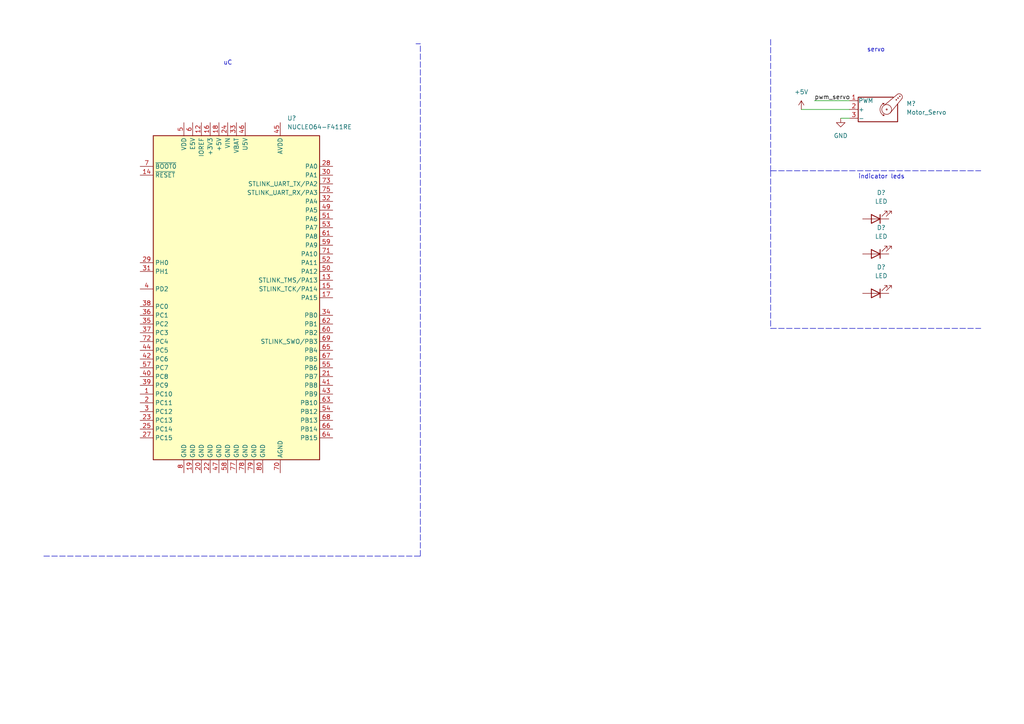
<source format=kicad_sch>
(kicad_sch (version 20211123) (generator eeschema)
  (paper "A4")
  (title_block (title "Light Follower") (date "04.01.2022") (rev "0"))
  (lib_symbols
    (symbol "Device:LED" (pin_numbers hide) (pin_names (offset 1.016) hide)
      (property "Reference" "D" (at 0 2.54 0))
      (property "Value" "LED" (at 0 -2.54 0))
      (symbol "LED_0_1"
        (polyline (pts (xy -1.27 -1.27) (xy -1.27 1.27)) (stroke (width 0.254)))
        (polyline (pts (xy -1.27 0) (xy 1.27 0)))
        (polyline (pts (xy 1.27 -1.27) (xy 1.27 1.27) (xy -1.27 0) (xy 1.27 -1.27)) (stroke (width 0.254)))
        (polyline (pts (xy -3.048 -0.762) (xy -4.572 -2.286) (xy -3.81 -2.286) (xy -4.572 -2.286) (xy -4.572 -1.524)))
        (polyline (pts (xy -1.778 -0.762) (xy -3.302 -2.286) (xy -2.54 -2.286) (xy -3.302 -2.286) (xy -3.302 -1.524)))
      )
      (symbol "LED_1_1"
        (pin passive line (at -3.81 0 0) (length 2.54) (name "K") (number "1"))
        (pin passive line (at 3.81 0 180) (length 2.54) (name "A") (number "2"))
      )
    )
    (symbol "MCU_Module:NUCLEO64-F411RE"
      (property "Reference" "U" (at -17.78 50.165 0))
      (property "Value" "NUCLEO64-F411RE" (at -17.78 48.26 0))
      (symbol "NUCLEO64-F411RE_0_1"
        (rectangle (start -24.13 -46.99) (end 24.13 46.99) (stroke (width 0.254)) (fill (type background)))
      )
      (symbol "NUCLEO64-F411RE_1_1"
        (pin bidirectional line (at -27.94 -27.94 0) (length 3.81) (name "PC10") (number "1"))
        (pin no_connect line (at -27.94 20.32 0) (length 3.81) hide (name "NC") (number "10"))
        (pin no_connect line (at -27.94 15.24 0) (length 3.81) hide (name "NC") (number "11"))
        (pin power_in line (at -10.16 50.8 270) (length 3.81) (name "IOREF") (number "12"))
        (pin bidirectional line (at 27.94 5.08 180) (length 3.81) (name "STLINK_TMS/PA13") (number "13"))
        (pin input line (at -27.94 35.56 0) (length 3.81) (name "~{RESET}") (number "14"))
        (pin bidirectional line (at 27.94 2.54 180) (length 3.81) (name "STLINK_TCK/PA14") (number "15"))
        (pin power_in line (at -7.62 50.8 270) (length 3.81) (name "+3V3") (number "16"))
        (pin bidirectional line (at 27.94 0 180) (length 3.81) (name "PA15") (number "17"))
        (pin power_in line (at -5.08 50.8 270) (length 3.81) (name "+5V") (number "18"))
        (pin power_in line (at -12.7 -50.8 90) (length 3.81) (name "GND") (number "19"))
        (pin bidirectional line (at -27.94 -30.48 0) (length 3.81) (name "PC11") (number "2"))
        (pin power_in line (at -10.16 -50.8 90) (length 3.81) (name "GND") (number "20"))
        (pin bidirectional line (at 27.94 -22.86 180) (length 3.81) (name "PB7") (number "21"))
        (pin power_in line (at -7.62 -50.8 90) (length 3.81) (name "GND") (number "22"))
        (pin bidirectional line (at -27.94 -35.56 0) (length 3.81) (name "PC13") (number "23"))
        (pin power_in line (at -2.54 50.8 270) (length 3.81) (name "VIN") (number "24"))
        (pin bidirectional line (at -27.94 -38.1 0) (length 3.81) (name "PC14") (number "25"))
        (pin no_connect line (at -27.94 22.86 0) (length 3.81) hide (name "NC") (number "26"))
        (pin bidirectional line (at -27.94 -40.64 0) (length 3.81) (name "PC15") (number "27"))
        (pin bidirectional line (at 27.94 38.1 180) (length 3.81) (name "PA0") (number "28"))
        (pin bidirectional line (at -27.94 10.16 0) (length 3.81) (name "PH0") (number "29"))
        (pin bidirectional line (at -27.94 -33.02 0) (length 3.81) (name "PC12") (number "3"))
        (pin bidirectional line (at 27.94 35.56 180) (length 3.81) (name "PA1") (number "30"))
        (pin bidirectional line (at -27.94 7.62 0) (length 3.81) (name "PH1") (number "31"))
        (pin bidirectional line (at 27.94 27.94 180) (length 3.81) (name "PA4") (number "32"))
        (pin power_in line (at 0 50.8 270) (length 3.81) (name "VBAT") (number "33"))
        (pin bidirectional line (at 27.94 -5.08 180) (length 3.81) (name "PB0") (number "34"))
        (pin bidirectional line (at -27.94 -7.62 0) (length 3.81) (name "PC2") (number "35"))
        (pin bidirectional line (at -27.94 -5.08 0) (length 3.81) (name "PC1") (number "36"))
        (pin bidirectional line (at -27.94 -10.16 0) (length 3.81) (name "PC3") (number "37"))
        (pin bidirectional line (at -27.94 -2.54 0) (length 3.81) (name "PC0") (number "38"))
        (pin bidirectional line (at -27.94 -25.4 0) (length 3.81) (name "PC9") (number "39"))
        (pin bidirectional line (at -27.94 2.54 0) (length 3.81) (name "PD2") (number "4"))
        (pin bidirectional line (at -27.94 -22.86 0) (length 3.81) (name "PC8") (number "40"))
        (pin bidirectional line (at 27.94 -25.4 180) (length 3.81) (name "PB8") (number "41"))
        (pin bidirectional line (at -27.94 -17.78 0) (length 3.81) (name "PC6") (number "42"))
        (pin bidirectional line (at 27.94 -27.94 180) (length 3.81) (name "PB9") (number "43"))
        (pin bidirectional line (at -27.94 -15.24 0) (length 3.81) (name "PC5") (number "44"))
        (pin power_in line (at 12.7 50.8 270) (length 3.81) (name "AVDD") (number "45"))
        (pin power_in line (at 2.54 50.8 270) (length 3.81) (name "U5V") (number "46"))
        (pin power_in line (at -5.08 -50.8 90) (length 3.81) (name "GND") (number "47"))
        (pin no_connect line (at -27.94 25.4 0) (length 3.81) hide (name "NC") (number "48"))
        (pin bidirectional line (at 27.94 25.4 180) (length 3.81) (name "PA5") (number "49"))
        (pin power_in line (at -15.24 50.8 270) (length 3.81) (name "VDD") (number "5"))
        (pin bidirectional line (at 27.94 7.62 180) (length 3.81) (name "PA12") (number "50"))
        (pin bidirectional line (at 27.94 22.86 180) (length 3.81) (name "PA6") (number "51"))
        (pin bidirectional line (at 27.94 10.16 180) (length 3.81) (name "PA11") (number "52"))
        (pin bidirectional line (at 27.94 20.32 180) (length 3.81) (name "PA7") (number "53"))
        (pin bidirectional line (at 27.94 -33.02 180) (length 3.81) (name "PB12") (number "54"))
        (pin bidirectional line (at 27.94 -20.32 180) (length 3.81) (name "PB6") (number "55"))
        (pin no_connect line (at -27.94 33.02 0) (length 3.81) hide (name "NC") (number "56"))
        (pin bidirectional line (at -27.94 -20.32 0) (length 3.81) (name "PC7") (number "57"))
        (pin power_in line (at -2.54 -50.8 90) (length 3.81) (name "GND") (number "58"))
        (pin bidirectional line (at 27.94 15.24 180) (length 3.81) (name "PA9") (number "59"))
        (pin power_in line (at -12.7 50.8 270) (length 3.81) (name "E5V") (number "6"))
        (pin bidirectional line (at 27.94 -10.16 180) (length 3.81) (name "PB2") (number "60"))
        (pin bidirectional line (at 27.94 17.78 180) (length 3.81) (name "PA8") (number "61"))
        (pin bidirectional line (at 27.94 -7.62 180) (length 3.81) (name "PB1") (number "62"))
        (pin bidirectional line (at 27.94 -30.48 180) (length 3.81) (name "PB10") (number "63"))
        (pin bidirectional line (at 27.94 -40.64 180) (length 3.81) (name "PB15") (number "64"))
        (pin bidirectional line (at 27.94 -15.24 180) (length 3.81) (name "PB4") (number "65"))
        (pin bidirectional line (at 27.94 -38.1 180) (length 3.81) (name "PB14") (number "66"))
        (pin bidirectional line (at 27.94 -17.78 180) (length 3.81) (name "PB5") (number "67"))
        (pin bidirectional line (at 27.94 -35.56 180) (length 3.81) (name "PB13") (number "68"))
        (pin bidirectional line (at 27.94 -12.7 180) (length 3.81) (name "STLINK_SWO/PB3") (number "69"))
        (pin input line (at -27.94 38.1 0) (length 3.81) (name "~{BOOT0}") (number "7"))
        (pin power_in line (at 12.7 -50.8 90) (length 3.81) (name "AGND") (number "70"))
        (pin bidirectional line (at 27.94 12.7 180) (length 3.81) (name "PA10") (number "71"))
        (pin bidirectional line (at -27.94 -12.7 0) (length 3.81) (name "PC4") (number "72"))
        (pin bidirectional line (at 27.94 33.02 180) (length 3.81) (name "STLINK_UART_TX/PA2") (number "73"))
        (pin no_connect line (at -27.94 30.48 0) (length 3.81) hide (name "NC") (number "74"))
        (pin bidirectional line (at 27.94 30.48 180) (length 3.81) (name "STLINK_UART_RX/PA3") (number "75"))
        (pin no_connect line (at -27.94 27.94 0) (length 3.81) hide (name "NC") (number "76"))
        (pin power_in line (at 0 -50.8 90) (length 3.81) (name "GND") (number "77"))
        (pin power_in line (at 2.54 -50.8 90) (length 3.81) (name "GND") (number "78"))
        (pin power_in line (at 5.08 -50.8 90) (length 3.81) (name "GND") (number "79"))
        (pin power_in line (at -15.24 -50.8 90) (length 3.81) (name "GND") (number "8"))
        (pin power_in line (at 7.62 -50.8 90) (length 3.81) (name "GND") (number "80"))
        (pin no_connect line (at -27.94 17.78 0) (length 3.81) hide (name "NC") (number "9"))
      )
    )
    (symbol "Motor:Motor_Servo" (pin_names (offset 0.0254))
      (property "Reference" "M" (at -5.08 4.445 0))
      (property "Value" "Motor_Servo" (at -5.08 -4.064 0))
      (symbol "Motor_Servo_0_1"
        (polyline (pts (xy 2.413 -1.778) (xy 2.032 -1.778)))
        (polyline (pts (xy 2.413 -1.778) (xy 2.286 -1.397)))
        (polyline (pts (xy 2.413 1.778) (xy 1.905 1.778)))
        (polyline (pts (xy 2.413 1.778) (xy 2.286 1.397)))
        (polyline (pts (xy 6.35 4.445) (xy 2.54 1.27)))
        (polyline (pts (xy 7.62 3.175) (xy 4.191 -1.016)))
        (polyline (pts (xy 5.08 3.556) (xy -5.08 3.556) (xy -5.08 -3.556) (xy 6.35 -3.556) (xy 6.35 1.524)) (stroke (width 0.254)))
        (arc (start 2.413 1.778) (mid 1.2406 0) (end 2.413 -1.778))
        (circle (center 3.175 0) (radius 0.1778))
        (circle (center 3.175 0) (radius 1.4224))
        (circle (center 5.969 2.794) (radius 0.127))
        (circle (center 6.477 3.302) (radius 0.127))
        (circle (center 6.985 3.81) (radius 0.127))
        (arc (start 7.62 3.175) (mid 7.4485 4.2735) (end 6.35 4.445))
      )
      (symbol "Motor_Servo_1_1"
        (pin passive line (at -7.62 2.54 0) (length 2.54) (name "PWM") (number "1"))
        (pin passive line (at -7.62 0 0) (length 2.54) (name "+") (number "2"))
        (pin passive line (at -7.62 -2.54 0) (length 2.54) (name "-") (number "3"))
      )
    )
    (symbol "power:+5V" (power) (pin_names (offset 0))
      (property "Value" "+5V" (at 0 3.556 0))
      (symbol "+5V_0_1"
        (polyline (pts (xy -0.762 1.27) (xy 0 2.54)))
        (polyline (pts (xy 0 0) (xy 0 2.54)))
        (polyline (pts (xy 0 2.54) (xy 0.762 1.27)))
      )
      (symbol "+5V_1_1"
        (pin power_in line (at 0 0 90) (length 0) hide (name "+5V") (number "1"))
      )
    )
    (symbol "power:GND" (power) (pin_names (offset 0))
      (property "Value" "GND" (at 0 -3.81 0))
      (symbol "GND_0_1"
        (polyline (pts (xy 0 0) (xy 0 -1.27) (xy 1.27 -1.27) (xy 0 -2.54) (xy -1.27 -1.27) (xy 0 -1.27)))
      )
      (symbol "GND_1_1"
        (pin power_in line (at 0 0 270) (length 0) hide (name "GND") (number "1"))
      )
    )
  )
  (polyline (pts (xy 121.92 161.29) (xy 121.92 12.7)))
  (wire (pts (xy 236.22 29.21) (xy 246.38 29.21)))
  (polyline (pts (xy 223.52 49.53) (xy 284.48 49.53)))
  (wire (pts (xy 243.84 34.29) (xy 246.38 34.29)))
  (polyline (pts (xy 120.65 12.7) (xy 121.92 12.7)))
  (wire (pts (xy 232.41 31.75) (xy 246.38 31.75)))
  (polyline (pts (xy 12.7 161.29) (xy 121.92 161.29)))
  (polyline (pts (xy 223.52 95.25) (xy 284.48 95.25)))
  (polyline (pts (xy 223.52 11.43) (xy 223.52 49.53)))
  (polyline (pts (xy 223.52 49.53) (xy 223.52 95.25)))
  (text "uC" (at 64.77 19.05 0) (effects (font (size 1.27 1.27)) (justify left bottom)))
  (text "servo\n" (at 251.46 15.24 0) (effects (font (size 1.27 1.27)) (justify left bottom)))
  (text "indicator leds\n" (at 248.92 52.07 0) (effects (font (size 1.27 1.27)) (justify left bottom)))
  (label "pwm_servo" (at 236.22 29.21 0))
  (symbol (lib_id "Motor:Motor_Servo") (at 254 31.75 0) (unit 1)
    (property "Reference" "M?" (at 262.89 30.0465 0) (effects (justify left)))
    (property "Value" "Motor_Servo" (at 262.89 32.5865 0) (effects (justify left)))
    (property "Datasheet" "http://forums.parallax.com/uploads/attachments/46831/74481.png" (effects hide))
  )
  (symbol (lib_id "Device:LED") (at 254 85.09 180) (unit 1)
    (property "Reference" "D?" (at 255.5875 77.47 0))
    (property "Value" "LED" (at 255.5875 80.01 0))
  )
  (symbol (lib_id "power:+5V") (at 232.41 31.75 0) (unit 1)
    (property "Reference" "#PWR?" (effects hide))
    (property "Value" "+5V" (at 232.41 26.67 0))
  )
  (symbol (lib_id "Device:LED") (at 254 73.66 180) (unit 1)
    (property "Reference" "D?" (at 255.5875 66.04 0))
    (property "Value" "LED" (at 255.5875 68.58 0))
  )
  (symbol (lib_id "MCU_Module:NUCLEO64-F411RE") (at 68.58 86.36 0) (unit 1)
    (property "Reference" "U?" (at 83.2994 34.29 0) (effects (justify left)))
    (property "Value" "NUCLEO64-F411RE" (at 83.2994 36.83 0) (effects (justify left)))
    (property "Footprint" "Module:ST_Morpho_Connector_144_STLink" (effects hide))
    (property "Datasheet" "http://www.st.com/st-web-ui/static/active/en/resource/technical/document/data_brief/DM00105918.pdf" (effects hide))
  )
  (symbol (lib_id "Device:LED") (at 254 63.5 180) (unit 1)
    (property "Reference" "D?" (at 255.5875 55.88 0))
    (property "Value" "LED" (at 255.5875 58.42 0))
  )
  (symbol (lib_id "power:GND") (at 243.84 34.29 0) (unit 1)
    (property "Reference" "#PWR?" (effects hide))
    (property "Value" "GND" (at 243.84 39.37 0))
  )
)
</source>
